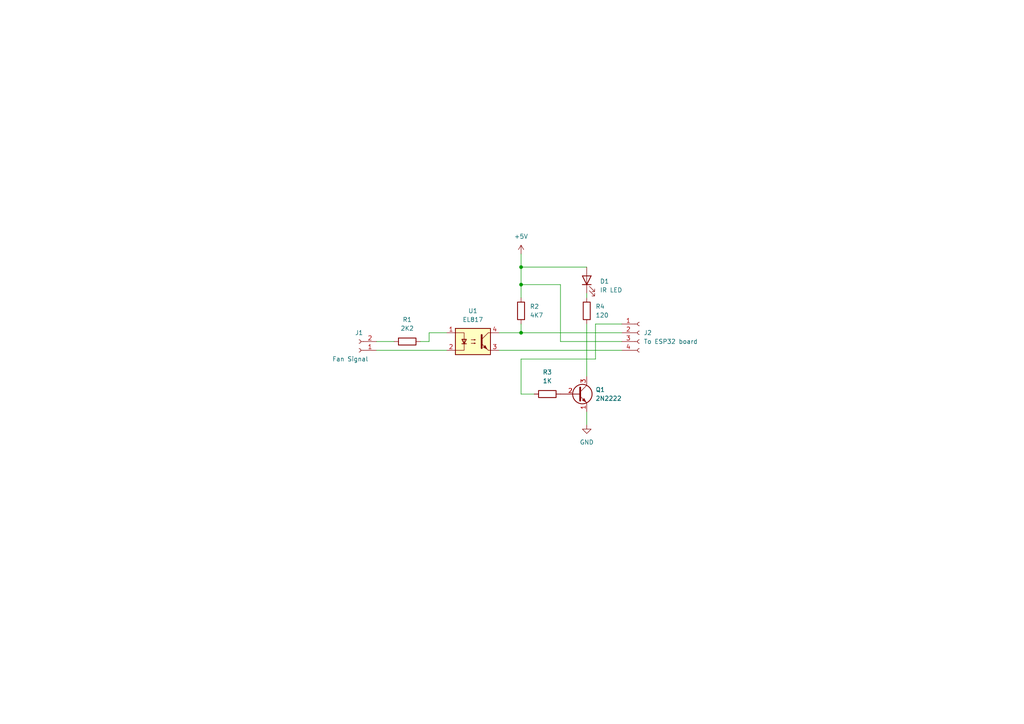
<source format=kicad_sch>
(kicad_sch (version 20211123) (generator eeschema)
  (paper "A4")
  (title_block (title "Delba Heater I/O Adapter Board"))
  (lib_symbols
    (symbol "Connector:Conn_01x02_Female" (pin_names (offset 1.016) hide)
      (property "Reference" "J" (at 0 2.54 0))
      (property "Value" "Conn_01x02_Female" (at 0 -5.08 0))
      (symbol "Conn_01x02_Female_1_1"
        (arc (start 0 -2.032) (mid -0.508 -2.54) (end 0 -3.048) (stroke (width 0.1524)))
        (polyline (pts (xy -1.27 -2.54) (xy -0.508 -2.54)) (stroke (width 0.1524)))
        (polyline (pts (xy -1.27 0) (xy -0.508 0)) (stroke (width 0.1524)))
        (arc (start 0 0.508) (mid -0.508 0) (end 0 -0.508) (stroke (width 0.1524)))
        (pin passive line (at -5.08 0 0) (length 3.81) (name "Pin_1") (number "1"))
        (pin passive line (at -5.08 -2.54 0) (length 3.81) (name "Pin_2") (number "2"))
      )
    )
    (symbol "Connector:Conn_01x04_Female" (pin_names (offset 1.016) hide)
      (property "Reference" "J" (at 0 5.08 0))
      (property "Value" "Conn_01x04_Female" (at 0 -7.62 0))
      (symbol "Conn_01x04_Female_1_1"
        (arc (start 0 -4.572) (mid -0.508 -5.08) (end 0 -5.588) (stroke (width 0.1524)))
        (arc (start 0 -2.032) (mid -0.508 -2.54) (end 0 -3.048) (stroke (width 0.1524)))
        (polyline (pts (xy -1.27 -5.08) (xy -0.508 -5.08)) (stroke (width 0.1524)))
        (polyline (pts (xy -1.27 -2.54) (xy -0.508 -2.54)) (stroke (width 0.1524)))
        (polyline (pts (xy -1.27 0) (xy -0.508 0)) (stroke (width 0.1524)))
        (polyline (pts (xy -1.27 2.54) (xy -0.508 2.54)) (stroke (width 0.1524)))
        (arc (start 0 0.508) (mid -0.508 0) (end 0 -0.508) (stroke (width 0.1524)))
        (arc (start 0 3.048) (mid -0.508 2.54) (end 0 2.032) (stroke (width 0.1524)))
        (pin passive line (at -5.08 2.54 0) (length 3.81) (name "Pin_1") (number "1"))
        (pin passive line (at -5.08 0 0) (length 3.81) (name "Pin_2") (number "2"))
        (pin passive line (at -5.08 -2.54 0) (length 3.81) (name "Pin_3") (number "3"))
        (pin passive line (at -5.08 -5.08 0) (length 3.81) (name "Pin_4") (number "4"))
      )
    )
    (symbol "Device:LED" (pin_numbers hide) (pin_names (offset 1.016) hide)
      (property "Reference" "D" (at 0 2.54 0))
      (property "Value" "LED" (at 0 -2.54 0))
      (symbol "LED_0_1"
        (polyline (pts (xy -1.27 -1.27) (xy -1.27 1.27)) (stroke (width 0.254)))
        (polyline (pts (xy -1.27 0) (xy 1.27 0)))
        (polyline (pts (xy 1.27 -1.27) (xy 1.27 1.27) (xy -1.27 0) (xy 1.27 -1.27)) (stroke (width 0.254)))
        (polyline (pts (xy -3.048 -0.762) (xy -4.572 -2.286) (xy -3.81 -2.286) (xy -4.572 -2.286) (xy -4.572 -1.524)))
        (polyline (pts (xy -1.778 -0.762) (xy -3.302 -2.286) (xy -2.54 -2.286) (xy -3.302 -2.286) (xy -3.302 -1.524)))
      )
      (symbol "LED_1_1"
        (pin passive line (at -3.81 0 0) (length 2.54) (name "K") (number "1"))
        (pin passive line (at 3.81 0 180) (length 2.54) (name "A") (number "2"))
      )
    )
    (symbol "Device:R" (pin_numbers hide) (pin_names (offset 0))
      (property "Reference" "R" (at 2.032 0 90))
      (property "Value" "R" (at 0 0 90))
      (symbol "R_0_1"
        (rectangle (start -1.016 -2.54) (end 1.016 2.54) (stroke (width 0.254)))
      )
      (symbol "R_1_1"
        (pin passive line (at 0 3.81 270) (length 1.27) (name "~") (number "1"))
        (pin passive line (at 0 -3.81 90) (length 1.27) (name "~") (number "2"))
      )
    )
    (symbol "Isolator:EL817" (pin_names (offset 1.016))
      (property "Reference" "U" (at -5.08 5.08 0))
      (property "Value" "EL817" (at 0 5.08 0))
      (symbol "EL817_0_1"
        (rectangle (start -5.08 3.81) (end 5.08 -3.81) (stroke (width 0.254)) (fill (type background)))
        (polyline (pts (xy -3.175 -0.635) (xy -1.905 -0.635)) (stroke (width 0.254)))
        (polyline (pts (xy 2.54 0.635) (xy 4.445 2.54)))
        (polyline (pts (xy 4.445 -2.54) (xy 2.54 -0.635)) (fill (type outline)))
        (polyline (pts (xy 4.445 -2.54) (xy 5.08 -2.54)))
        (polyline (pts (xy 4.445 2.54) (xy 5.08 2.54)))
        (polyline (pts (xy -5.08 2.54) (xy -2.54 2.54) (xy -2.54 -0.635)))
        (polyline (pts (xy -2.54 -0.635) (xy -2.54 -2.54) (xy -5.08 -2.54)))
        (polyline (pts (xy 2.54 1.905) (xy 2.54 -1.905) (xy 2.54 -1.905)) (stroke (width 0.508)))
        (polyline (pts (xy -2.54 -0.635) (xy -3.175 0.635) (xy -1.905 0.635) (xy -2.54 -0.635)) (stroke (width 0.254)))
        (polyline (pts (xy -0.508 -0.508) (xy 0.762 -0.508) (xy 0.381 -0.635) (xy 0.381 -0.381) (xy 0.762 -0.508)))
        (polyline (pts (xy -0.508 0.508) (xy 0.762 0.508) (xy 0.381 0.381) (xy 0.381 0.635) (xy 0.762 0.508)))
        (polyline (pts (xy 3.048 -1.651) (xy 3.556 -1.143) (xy 4.064 -2.159) (xy 3.048 -1.651) (xy 3.048 -1.651)) (fill (type outline)))
      )
      (symbol "EL817_1_1"
        (pin passive line (at -7.62 2.54 0) (length 2.54) (name "~") (number "1"))
        (pin passive line (at -7.62 -2.54 0) (length 2.54) (name "~") (number "2"))
        (pin passive line (at 7.62 -2.54 180) (length 2.54) (name "~") (number "3"))
        (pin passive line (at 7.62 2.54 180) (length 2.54) (name "~") (number "4"))
      )
    )
    (symbol "Transistor_BJT:2N2219" (pin_names (offset 0) hide)
      (property "Reference" "Q" (at 5.08 1.905 0))
      (property "Value" "2N2219" (at 5.08 0 0))
      (symbol "2N2219_0_1"
        (polyline (pts (xy 0.635 0.635) (xy 2.54 2.54)))
        (polyline (pts (xy 0.635 -0.635) (xy 2.54 -2.54) (xy 2.54 -2.54)))
        (polyline (pts (xy 0.635 1.905) (xy 0.635 -1.905) (xy 0.635 -1.905)) (stroke (width 0.508)))
        (polyline (pts (xy 1.27 -1.778) (xy 1.778 -1.27) (xy 2.286 -2.286) (xy 1.27 -1.778) (xy 1.27 -1.778)) (fill (type outline)))
        (circle (center 1.27 0) (radius 2.8194) (stroke (width 0.254)))
      )
      (symbol "2N2219_1_1"
        (pin passive line (at 2.54 -5.08 90) (length 2.54) (name "E") (number "1"))
        (pin passive line (at -5.08 0 0) (length 5.715) (name "B") (number "2"))
        (pin passive line (at 2.54 5.08 270) (length 2.54) (name "C") (number "3"))
      )
    )
    (symbol "power:+5V" (power) (pin_names (offset 0))
      (property "Value" "+5V" (at 0 3.556 0))
      (symbol "+5V_0_1"
        (polyline (pts (xy -0.762 1.27) (xy 0 2.54)))
        (polyline (pts (xy 0 0) (xy 0 2.54)))
        (polyline (pts (xy 0 2.54) (xy 0.762 1.27)))
      )
      (symbol "+5V_1_1"
        (pin power_in line (at 0 0 90) (length 0) hide (name "+5V") (number "1"))
      )
    )
    (symbol "power:GND" (power) (pin_names (offset 0))
      (property "Value" "GND" (at 0 -3.81 0))
      (symbol "GND_0_1"
        (polyline (pts (xy 0 0) (xy 0 -1.27) (xy 1.27 -1.27) (xy 0 -2.54) (xy -1.27 -1.27) (xy 0 -1.27)))
      )
      (symbol "GND_1_1"
        (pin power_in line (at 0 0 270) (length 0) hide (name "GND") (number "1"))
      )
    )
  )
  (junction (at 151.13 82.55))
  (junction (at 151.13 77.47))
  (junction (at 151.13 96.52))
  (wire (pts (xy 162.56 99.06) (xy 162.56 82.55)))
  (wire (pts (xy 170.18 85.09) (xy 170.18 86.36)))
  (wire (pts (xy 151.13 77.47) (xy 151.13 82.55)))
  (wire (pts (xy 144.78 101.6) (xy 180.34 101.6)))
  (wire (pts (xy 170.18 93.98) (xy 170.18 109.22)))
  (wire (pts (xy 154.94 114.3) (xy 151.13 114.3)))
  (wire (pts (xy 124.46 96.52) (xy 129.54 96.52)))
  (wire (pts (xy 144.78 96.52) (xy 151.13 96.52)))
  (wire (pts (xy 109.22 99.06) (xy 114.3 99.06)))
  (wire (pts (xy 162.56 82.55) (xy 151.13 82.55)))
  (wire (pts (xy 151.13 77.47) (xy 170.18 77.47)))
  (wire (pts (xy 109.22 101.6) (xy 129.54 101.6)))
  (wire (pts (xy 124.46 99.06) (xy 124.46 96.52)))
  (wire (pts (xy 170.18 119.38) (xy 170.18 123.19)))
  (wire (pts (xy 151.13 93.98) (xy 151.13 96.52)))
  (wire (pts (xy 151.13 73.66) (xy 151.13 77.47)))
  (wire (pts (xy 151.13 82.55) (xy 151.13 86.36)))
  (wire (pts (xy 121.92 99.06) (xy 124.46 99.06)))
  (wire (pts (xy 151.13 114.3) (xy 151.13 104.14)))
  (wire (pts (xy 151.13 104.14) (xy 172.72 104.14)))
  (wire (pts (xy 172.72 93.98) (xy 180.34 93.98)))
  (wire (pts (xy 172.72 104.14) (xy 172.72 93.98)))
  (wire (pts (xy 151.13 96.52) (xy 180.34 96.52)))
  (wire (pts (xy 162.56 99.06) (xy 180.34 99.06)))
  (symbol (lib_id "Isolator:EL817") (at 137.16 99.06 0) (unit 1)
    (property "Reference" "U1" (at 137.16 90.17 0))
    (property "Value" "EL817" (at 137.16 92.71 0))
    (property "Footprint" "Package_DIP:DIP-4_W7.62mm" (effects hide))
    (property "Datasheet" "http://www.everlight.com/file/ProductFile/EL817.pdf" (effects hide))
  )
  (symbol (lib_id "Device:R") (at 118.11 99.06 270) (unit 1)
    (property "Reference" "R1" (at 118.11 92.71 90))
    (property "Value" "2K2" (at 118.11 95.25 90))
  )
  (symbol (lib_id "power:GND") (at 170.18 123.19 0) (unit 1)
    (property "Reference" "#PWR?" (effects hide))
    (property "Value" "GND" (at 170.18 128.27 0))
  )
  (symbol (lib_id "Connector:Conn_01x02_Female") (at 104.14 101.6 180) (unit 1)
    (property "Reference" "J1" (at 104.14 96.52 0))
    (property "Value" "Fan Signal" (at 101.6 104.14 0))
  )
  (symbol (lib_id "Transistor_BJT:2N2219") (at 167.64 114.3 0) (unit 1)
    (property "Reference" "Q1" (at 172.72 113.0299 0) (effects (justify left)))
    (property "Value" "2N2222" (at 172.72 115.5699 0) (effects (justify left)))
    (property "Footprint" "Package_TO_SOT_THT:TO-39-3" (effects hide))
    (property "Datasheet" "http://www.onsemi.com/pub_link/Collateral/2N2219-D.PDF" (effects hide))
  )
  (symbol (lib_id "Device:R") (at 170.18 90.17 0) (unit 1)
    (property "Reference" "R4" (at 172.72 88.8999 0) (effects (justify left)))
    (property "Value" "120" (at 172.72 91.4399 0) (effects (justify left)))
  )
  (symbol (lib_id "Device:R") (at 158.75 114.3 270) (unit 1)
    (property "Reference" "R3" (at 158.75 107.95 90))
    (property "Value" "1K" (at 158.75 110.49 90))
  )
  (symbol (lib_id "Connector:Conn_01x04_Female") (at 185.42 96.52 0) (unit 1)
    (property "Reference" "J2" (at 186.69 96.5199 0) (effects (justify left)))
    (property "Value" "To ESP32 board" (at 186.69 99.0599 0) (effects (justify left)))
  )
  (symbol (lib_id "Device:LED") (at 170.18 81.28 90) (unit 1)
    (property "Reference" "D1" (at 173.99 81.5974 90) (effects (justify right)))
    (property "Value" "IR LED" (at 173.99 84.1374 90) (effects (justify right)))
  )
  (symbol (lib_id "power:+5V") (at 151.13 73.66 0) (unit 1)
    (property "Reference" "#PWR?" (effects hide))
    (property "Value" "+5V" (at 151.13 68.58 0))
  )
  (symbol (lib_id "Device:R") (at 151.13 90.17 0) (unit 1)
    (property "Reference" "R2" (at 153.67 88.8999 0) (effects (justify left)))
    (property "Value" "4K7" (at 153.67 91.4399 0) (effects (justify left)))
  )
)
</source>
